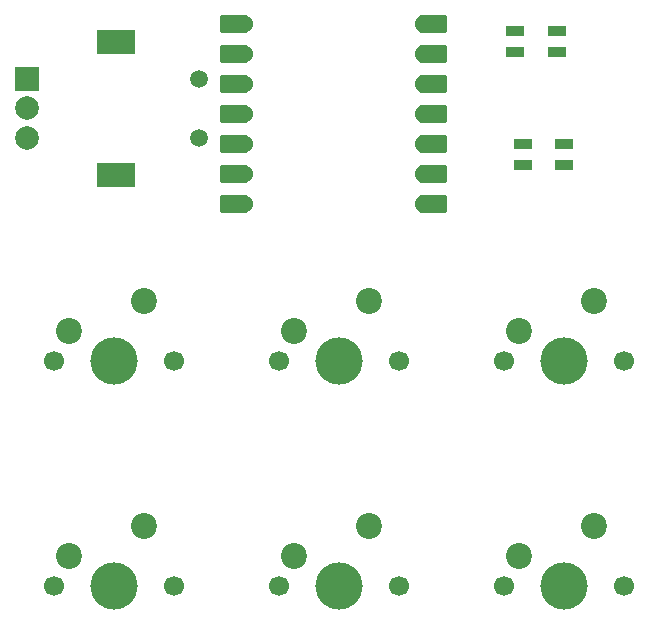
<source format=gbr>
%TF.GenerationSoftware,KiCad,Pcbnew,9.0.2*%
%TF.CreationDate,2025-06-23T11:31:14-05:00*%
%TF.ProjectId,e'sPad,65277350-6164-42e6-9b69-6361645f7063,rev?*%
%TF.SameCoordinates,Original*%
%TF.FileFunction,Soldermask,Top*%
%TF.FilePolarity,Negative*%
%FSLAX46Y46*%
G04 Gerber Fmt 4.6, Leading zero omitted, Abs format (unit mm)*
G04 Created by KiCad (PCBNEW 9.0.2) date 2025-06-23 11:31:14*
%MOMM*%
%LPD*%
G01*
G04 APERTURE LIST*
G04 Aperture macros list*
%AMRoundRect*
0 Rectangle with rounded corners*
0 $1 Rounding radius*
0 $2 $3 $4 $5 $6 $7 $8 $9 X,Y pos of 4 corners*
0 Add a 4 corners polygon primitive as box body*
4,1,4,$2,$3,$4,$5,$6,$7,$8,$9,$2,$3,0*
0 Add four circle primitives for the rounded corners*
1,1,$1+$1,$2,$3*
1,1,$1+$1,$4,$5*
1,1,$1+$1,$6,$7*
1,1,$1+$1,$8,$9*
0 Add four rect primitives between the rounded corners*
20,1,$1+$1,$2,$3,$4,$5,0*
20,1,$1+$1,$4,$5,$6,$7,0*
20,1,$1+$1,$6,$7,$8,$9,0*
20,1,$1+$1,$8,$9,$2,$3,0*%
G04 Aperture macros list end*
%ADD10R,1.600000X0.850000*%
%ADD11C,1.700000*%
%ADD12C,4.000000*%
%ADD13C,2.200000*%
%ADD14C,1.500000*%
%ADD15R,2.000000X2.000000*%
%ADD16C,2.000000*%
%ADD17R,3.200000X2.000000*%
%ADD18RoundRect,0.152400X1.063600X0.609600X-1.063600X0.609600X-1.063600X-0.609600X1.063600X-0.609600X0*%
%ADD19C,1.524000*%
%ADD20RoundRect,0.152400X-1.063600X-0.609600X1.063600X-0.609600X1.063600X0.609600X-1.063600X0.609600X0*%
G04 APERTURE END LIST*
D10*
%TO.C,D1*%
X153031250Y-33968750D03*
X153031250Y-35718750D03*
X156531250Y-35718750D03*
X156531250Y-33968750D03*
%TD*%
D11*
%TO.C,SW4*%
X133032500Y-80962500D03*
D12*
X138112500Y-80962500D03*
D11*
X143192500Y-80962500D03*
D13*
X140652500Y-75882500D03*
X134302500Y-78422500D03*
%TD*%
D11*
%TO.C,SW3*%
X133032500Y-61912500D03*
D12*
X138112500Y-61912500D03*
D11*
X143192500Y-61912500D03*
D13*
X140652500Y-56832500D03*
X134302500Y-59372500D03*
%TD*%
D14*
%TO.C,SW7*%
X126206250Y-37981250D03*
X126206250Y-42981250D03*
D15*
X111706250Y-37981250D03*
D16*
X111706250Y-42981250D03*
X111706250Y-40481250D03*
D17*
X119206250Y-34881250D03*
X119206250Y-46081250D03*
%TD*%
D11*
%TO.C,SW5*%
X152082500Y-61912500D03*
D12*
X157162500Y-61912500D03*
D11*
X162242500Y-61912500D03*
D13*
X159702500Y-56832500D03*
X153352500Y-59372500D03*
%TD*%
D11*
%TO.C,SW6*%
X152082500Y-80962500D03*
D12*
X157162500Y-80962500D03*
D11*
X162242500Y-80962500D03*
D13*
X159702500Y-75882500D03*
X153352500Y-78422500D03*
%TD*%
D18*
%TO.C,U1*%
X129181250Y-33337500D03*
D19*
X130016250Y-33337500D03*
D18*
X129181250Y-35877500D03*
D19*
X130016250Y-35877500D03*
D18*
X129181250Y-38417500D03*
D19*
X130016250Y-38417500D03*
D18*
X129181250Y-40957500D03*
D19*
X130016250Y-40957500D03*
D18*
X129181250Y-43497500D03*
D19*
X130016250Y-43497500D03*
D18*
X129181250Y-46037500D03*
D19*
X130016250Y-46037500D03*
D18*
X129181250Y-48577500D03*
D19*
X130016250Y-48577500D03*
X145256250Y-48577500D03*
D20*
X146091250Y-48577500D03*
D19*
X145256250Y-46037500D03*
D20*
X146091250Y-46037500D03*
D19*
X145256250Y-43497500D03*
D20*
X146091250Y-43497500D03*
D19*
X145256250Y-40957500D03*
D20*
X146091250Y-40957500D03*
D19*
X145256250Y-38417500D03*
D20*
X146091250Y-38417500D03*
D19*
X145256250Y-35877500D03*
D20*
X146091250Y-35877500D03*
D19*
X145256250Y-33337500D03*
D20*
X146091250Y-33337500D03*
%TD*%
D10*
%TO.C,D2*%
X153662500Y-43493750D03*
X153662500Y-45243750D03*
X157162500Y-45243750D03*
X157162500Y-43493750D03*
%TD*%
D11*
%TO.C,SW1*%
X113982500Y-61912500D03*
D12*
X119062500Y-61912500D03*
D11*
X124142500Y-61912500D03*
D13*
X121602500Y-56832500D03*
X115252500Y-59372500D03*
%TD*%
D11*
%TO.C,SW2*%
X113982500Y-80962500D03*
D12*
X119062500Y-80962500D03*
D11*
X124142500Y-80962500D03*
D13*
X121602500Y-75882500D03*
X115252500Y-78422500D03*
%TD*%
M02*

</source>
